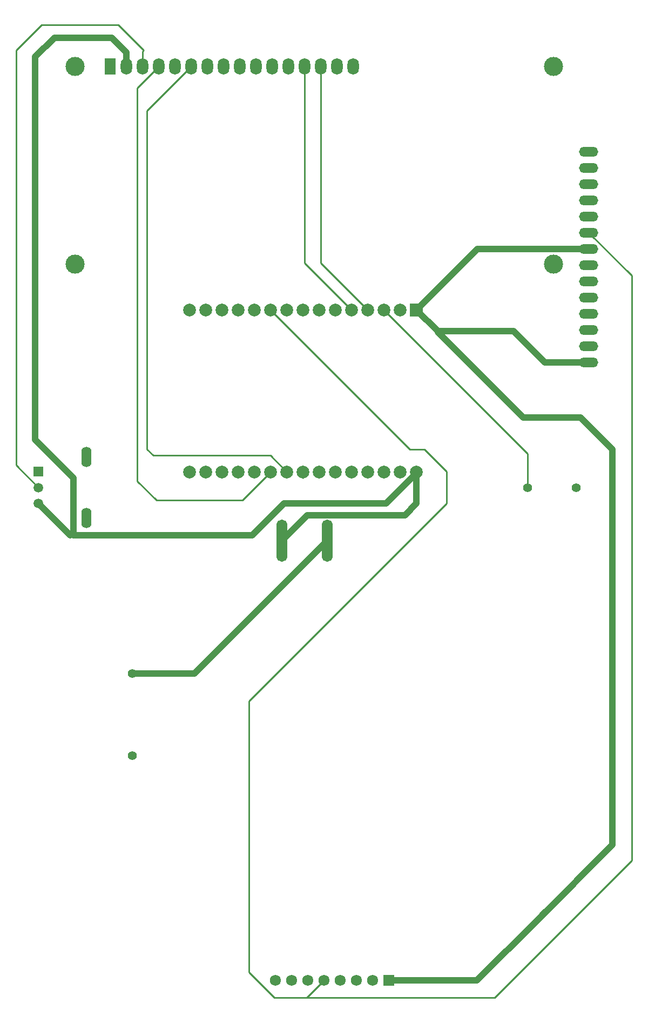
<source format=gbr>
%TF.GenerationSoftware,KiCad,Pcbnew,9.0.3*%
%TF.CreationDate,2025-09-20T20:18:25+05:30*%
%TF.ProjectId,RFID2,52464944-322e-46b6-9963-61645f706362,rev?*%
%TF.SameCoordinates,Original*%
%TF.FileFunction,Copper,L1,Top*%
%TF.FilePolarity,Positive*%
%FSLAX46Y46*%
G04 Gerber Fmt 4.6, Leading zero omitted, Abs format (unit mm)*
G04 Created by KiCad (PCBNEW 9.0.3) date 2025-09-20 20:18:25*
%MOMM*%
%LPD*%
G01*
G04 APERTURE LIST*
%TA.AperFunction,ComponentPad*%
%ADD10O,1.720000X6.620000*%
%TD*%
%TA.AperFunction,ComponentPad*%
%ADD11R,2.000000X2.000000*%
%TD*%
%TA.AperFunction,ComponentPad*%
%ADD12C,2.000000*%
%TD*%
%TA.AperFunction,ComponentPad*%
%ADD13O,3.000000X1.500000*%
%TD*%
%TA.AperFunction,ComponentPad*%
%ADD14C,3.000000*%
%TD*%
%TA.AperFunction,ComponentPad*%
%ADD15R,1.800000X2.600000*%
%TD*%
%TA.AperFunction,ComponentPad*%
%ADD16O,1.800000X2.600000*%
%TD*%
%TA.AperFunction,ComponentPad*%
%ADD17R,1.725000X1.725000*%
%TD*%
%TA.AperFunction,ComponentPad*%
%ADD18C,1.725000*%
%TD*%
%TA.AperFunction,ComponentPad*%
%ADD19C,1.398000*%
%TD*%
%TA.AperFunction,ComponentPad*%
%ADD20C,1.408000*%
%TD*%
%TA.AperFunction,ComponentPad*%
%ADD21R,1.508000X1.508000*%
%TD*%
%TA.AperFunction,ComponentPad*%
%ADD22C,1.508000*%
%TD*%
%TA.AperFunction,ComponentPad*%
%ADD23O,1.600000X3.200000*%
%TD*%
%TA.AperFunction,Conductor*%
%ADD24C,1.000000*%
%TD*%
%TA.AperFunction,Conductor*%
%ADD25C,0.250000*%
%TD*%
G04 APERTURE END LIST*
D10*
%TO.P,S1,1*%
%TO.N,Net-(DS1-VIN)*%
X117460000Y-103139437D03*
%TO.P,S1,2*%
%TO.N,Net-(BT2-Pad+)*%
X124560000Y-103139437D03*
%TD*%
D11*
%TO.P,U3,1,3V3*%
%TO.N,Net-(U1-VCC)*%
X138575000Y-66939437D03*
D12*
%TO.P,U3,2,GND*%
%TO.N,GND*%
X136035000Y-66939437D03*
%TO.P,U3,3,D15*%
%TO.N,Net-(U3-D15)*%
X133495000Y-66939437D03*
%TO.P,U3,4,D2*%
%TO.N,Net-(DS1-D7)*%
X130955000Y-66939437D03*
%TO.P,U3,5,D4*%
%TO.N,Net-(DS1-D6)*%
X128415000Y-66939437D03*
%TO.P,U3,6,RX2*%
%TO.N,unconnected-(U3-RX2-Pad6)*%
X125875000Y-66939437D03*
%TO.P,U3,7,TX2*%
%TO.N,unconnected-(U3-TX2-Pad7)*%
X123335000Y-66939437D03*
%TO.P,U3,8,D5*%
%TO.N,Net-(U2-CS)*%
X120795000Y-66939437D03*
%TO.P,U3,9,D18*%
%TO.N,Net-(U1-SCK)*%
X118255000Y-66939437D03*
%TO.P,U3,10,D19*%
%TO.N,Net-(U1-MISO{slash}SCL{slash}TX)*%
X115715000Y-66939437D03*
%TO.P,U3,11,D21*%
%TO.N,Net-(U2-DC)*%
X113175000Y-66939437D03*
%TO.P,U3,12,RX0*%
%TO.N,unconnected-(U3-RX0-Pad12)*%
X110635000Y-66939437D03*
%TO.P,U3,13,TX0*%
%TO.N,unconnected-(U3-TX0-Pad13)*%
X108095000Y-66939437D03*
%TO.P,U3,14,D22*%
%TO.N,Net-(U2-RST)*%
X105555000Y-66939437D03*
%TO.P,U3,15,D23*%
%TO.N,Net-(U1-MOSI)*%
X103015000Y-66939437D03*
%TO.P,U3,16,EN*%
%TO.N,unconnected-(U3-EN-Pad16)*%
X103015000Y-92339437D03*
%TO.P,U3,17,VP*%
%TO.N,unconnected-(U3-VP-Pad17)*%
X105555000Y-92339437D03*
%TO.P,U3,18,VN*%
%TO.N,unconnected-(U3-VN-Pad18)*%
X108095000Y-92339437D03*
%TO.P,U3,19,D34*%
%TO.N,unconnected-(U3-D34-Pad19)*%
X110635000Y-92339437D03*
%TO.P,U3,20,D35*%
%TO.N,unconnected-(U3-D35-Pad20)*%
X113175000Y-92339437D03*
%TO.P,U3,21,D32*%
%TO.N,Net-(DS1-RS)*%
X115715000Y-92339437D03*
%TO.P,U3,22,D33*%
%TO.N,Net-(DS1-E)*%
X118255000Y-92339437D03*
%TO.P,U3,23,D25*%
%TO.N,Net-(DS1-D5)*%
X120795000Y-92339437D03*
%TO.P,U3,24,D26*%
%TO.N,Net-(DS1-D4)*%
X123335000Y-92339437D03*
%TO.P,U3,25,D27*%
%TO.N,Net-(U1-RST)*%
X125875000Y-92339437D03*
%TO.P,U3,26,D14*%
%TO.N,Net-(U1-SS{slash}SDA{slash}RX)*%
X128415000Y-92339437D03*
%TO.P,U3,27,D12*%
%TO.N,unconnected-(U3-D12-Pad27)*%
X130955000Y-92339437D03*
%TO.P,U3,28,D13*%
%TO.N,unconnected-(U3-D13-Pad28)*%
X133495000Y-92339437D03*
%TO.P,U3,29,GND*%
%TO.N,GND*%
X136035000Y-92339437D03*
%TO.P,U3,30,VIN*%
%TO.N,Net-(DS1-VIN)*%
X138575000Y-92339437D03*
%TD*%
D13*
%TO.P,U2,1,VCC*%
%TO.N,Net-(U1-VCC)*%
X165560000Y-75159437D03*
%TO.P,U2,2,GND*%
%TO.N,GND*%
X165560000Y-72619437D03*
%TO.P,U2,3,CS*%
%TO.N,Net-(U2-CS)*%
X165560000Y-70079437D03*
%TO.P,U2,4,RST*%
%TO.N,Net-(U2-RST)*%
X165560000Y-67539437D03*
%TO.P,U2,5,DC*%
%TO.N,Net-(U2-DC)*%
X165560000Y-64999437D03*
%TO.P,U2,6,MOSI*%
%TO.N,Net-(U1-MOSI)*%
X165560000Y-62459437D03*
%TO.P,U2,7,SCK*%
%TO.N,Net-(U1-SCK)*%
X165560000Y-59919437D03*
%TO.P,U2,8,LED*%
%TO.N,Net-(U1-VCC)*%
X165560000Y-57379437D03*
%TO.P,U2,9,MISO*%
%TO.N,Net-(U1-MISO{slash}SCL{slash}TX)*%
X165560000Y-54839437D03*
%TO.P,U2,10*%
%TO.N,unconnected-(U2-Pad10)*%
X165560000Y-52299437D03*
%TO.P,U2,11*%
%TO.N,unconnected-(U2-Pad11)*%
X165560000Y-49759437D03*
%TO.P,U2,12*%
%TO.N,unconnected-(U2-Pad12)*%
X165560000Y-47219437D03*
%TO.P,U2,13*%
%TO.N,unconnected-(U2-Pad13)*%
X165560000Y-44679437D03*
%TO.P,U2,14*%
%TO.N,unconnected-(U2-Pad14)*%
X165560000Y-42139437D03*
%TD*%
D14*
%TO.P,DS1,*%
%TO.N,*%
X85060900Y-28781937D03*
X85060900Y-59782637D03*
X160059480Y-59782637D03*
X160060000Y-28781937D03*
D15*
%TO.P,DS1,1,GND*%
%TO.N,GND*%
X90560000Y-28781937D03*
D16*
%TO.P,DS1,2,VIN*%
%TO.N,Net-(DS1-VIN)*%
X93100000Y-28781937D03*
%TO.P,DS1,3,VO*%
%TO.N,Net-(DS1-VO)*%
X95640000Y-28781937D03*
%TO.P,DS1,4,RS*%
%TO.N,Net-(DS1-RS)*%
X98180000Y-28781937D03*
%TO.P,DS1,5,GND*%
%TO.N,GND*%
X100720000Y-28781937D03*
%TO.P,DS1,6,E*%
%TO.N,Net-(DS1-E)*%
X103260000Y-28781937D03*
%TO.P,DS1,7,D0*%
%TO.N,unconnected-(DS1-D0-Pad7)*%
X105800000Y-28781937D03*
%TO.P,DS1,8,D1*%
%TO.N,unconnected-(DS1-D1-Pad8)*%
X108340000Y-28781937D03*
%TO.P,DS1,9,D2*%
%TO.N,unconnected-(DS1-D2-Pad9)*%
X110880000Y-28781937D03*
%TO.P,DS1,10,D3*%
%TO.N,unconnected-(DS1-D3-Pad10)*%
X113420000Y-28781937D03*
%TO.P,DS1,11,D4*%
%TO.N,Net-(DS1-D4)*%
X115960000Y-28781937D03*
%TO.P,DS1,12,D5*%
%TO.N,Net-(DS1-D5)*%
X118500000Y-28781937D03*
%TO.P,DS1,13,D6*%
%TO.N,Net-(DS1-D6)*%
X121040000Y-28781937D03*
%TO.P,DS1,14,D7*%
%TO.N,Net-(DS1-D7)*%
X123580000Y-28781937D03*
%TO.P,DS1,15,LED(+)*%
%TO.N,unconnected-(DS1-LED(+)-Pad15)*%
X126120000Y-28781937D03*
%TO.P,DS1,16,LED(-)*%
%TO.N,unconnected-(DS1-LED(-)-Pad16)*%
X128660000Y-28781937D03*
%TD*%
D17*
%TO.P,U1,1,VCC*%
%TO.N,Net-(U1-VCC)*%
X134250000Y-172041937D03*
D18*
%TO.P,U1,2,RST*%
%TO.N,Net-(U1-RST)*%
X131710000Y-172041937D03*
%TO.P,U1,3,GND*%
%TO.N,GND*%
X129170000Y-172041937D03*
%TO.P,U1,4,IRQ*%
%TO.N,unconnected-(U1-IRQ-Pad4)*%
X126630000Y-172041937D03*
%TO.P,U1,5,MISO/SCL/TX*%
%TO.N,Net-(U1-MISO{slash}SCL{slash}TX)*%
X124090000Y-172041937D03*
%TO.P,U1,6,MOSI*%
%TO.N,Net-(U1-MOSI)*%
X121550000Y-172041937D03*
%TO.P,U1,7,SCK*%
%TO.N,Net-(U1-SCK)*%
X119010000Y-172041937D03*
%TO.P,U1,8,SS/SDA/RX*%
%TO.N,Net-(U1-SS{slash}SDA{slash}RX)*%
X116470000Y-172041937D03*
%TD*%
D19*
%TO.P,BT2,+*%
%TO.N,Net-(BT2-Pad+)*%
X94000000Y-123981937D03*
%TO.P,BT2,-*%
%TO.N,GND*%
X94000000Y-136781937D03*
%TD*%
D20*
%TO.P,LS1,N*%
%TO.N,GND*%
X163600000Y-94781937D03*
%TO.P,LS1,P*%
%TO.N,Net-(U3-D15)*%
X156000000Y-94781937D03*
%TD*%
D21*
%TO.P,R1,1*%
%TO.N,GND*%
X79300000Y-92281937D03*
D22*
%TO.P,R1,2*%
%TO.N,Net-(DS1-VO)*%
X79300000Y-94781937D03*
%TO.P,R1,3*%
%TO.N,Net-(DS1-VIN)*%
X79300000Y-97281937D03*
D23*
%TO.P,R1,SH1*%
%TO.N,N/C*%
X86800000Y-89981937D03*
%TO.P,R1,SH2*%
X86800000Y-99581937D03*
%TD*%
D24*
%TO.N,Net-(BT2-Pad+)*%
X94000000Y-123981937D02*
X103717500Y-123981937D01*
X103717500Y-123981937D02*
X124560000Y-103139437D01*
D25*
%TO.N,Net-(DS1-RS)*%
X94800000Y-93781937D02*
X97800000Y-96781937D01*
X98180000Y-28781937D02*
X94800000Y-32161937D01*
X111272500Y-96781937D02*
X115715000Y-92339437D01*
X97800000Y-96781937D02*
X111272500Y-96781937D01*
X94800000Y-32161937D02*
X94800000Y-93781937D01*
D24*
%TO.N,Net-(DS1-VIN)*%
X84300000Y-102281937D02*
X79300000Y-97281937D01*
X117460000Y-103139437D02*
X121471000Y-99128437D01*
X90800000Y-24281937D02*
X93100000Y-26581937D01*
X138575000Y-92506937D02*
X133800000Y-97281937D01*
D25*
X84800000Y-102281937D02*
X84300000Y-102281937D01*
D24*
X81800000Y-24281937D02*
X90800000Y-24281937D01*
X84800000Y-93281937D02*
X84800000Y-102281937D01*
X121471000Y-99128437D02*
X136728500Y-99128437D01*
X78800000Y-87281937D02*
X84800000Y-93281937D01*
X78800000Y-87281937D02*
X78800000Y-27281937D01*
X133800000Y-97281937D02*
X117800000Y-97281937D01*
X138575000Y-97281937D02*
X138575000Y-92339437D01*
X112800000Y-102281937D02*
X84800000Y-102281937D01*
X117800000Y-97281937D02*
X112800000Y-102281937D01*
X78800000Y-27281937D02*
X81800000Y-24281937D01*
D25*
X138575000Y-92339437D02*
X138575000Y-92506937D01*
D24*
X93100000Y-26581937D02*
X93100000Y-28781937D01*
X136728500Y-99128437D02*
X138575000Y-97281937D01*
D25*
%TO.N,Net-(DS1-D5)*%
X120795000Y-92339437D02*
X120795000Y-93286937D01*
%TO.N,Net-(DS1-D7)*%
X123580000Y-28781937D02*
X123580000Y-59564437D01*
X123580000Y-59564437D02*
X130955000Y-66939437D01*
%TO.N,Net-(DS1-E)*%
X97300000Y-89781937D02*
X96300000Y-88781937D01*
X115697500Y-89781937D02*
X97300000Y-89781937D01*
X118255000Y-92339437D02*
X115697500Y-89781937D01*
X96300000Y-88781937D02*
X96300000Y-35741937D01*
X96300000Y-35741937D02*
X103260000Y-28781937D01*
%TO.N,Net-(DS1-VO)*%
X79800000Y-22281937D02*
X91800000Y-22281937D01*
X95640000Y-26441937D02*
X95640000Y-28781937D01*
X75800000Y-26281937D02*
X79800000Y-22281937D01*
X91800000Y-22281937D02*
X95800000Y-26281937D01*
X75800000Y-91281937D02*
X75800000Y-26281937D01*
X79300000Y-94781937D02*
X75800000Y-91281937D01*
X95800000Y-26281937D02*
X95640000Y-26441937D01*
%TO.N,Net-(DS1-D6)*%
X121040000Y-28781937D02*
X121040000Y-59564437D01*
X121040000Y-59564437D02*
X128415000Y-66939437D01*
%TO.N,Net-(U3-D15)*%
X156000000Y-89500000D02*
X156000000Y-94781937D01*
X133433635Y-66933635D02*
X156000000Y-89500000D01*
X133489198Y-66933635D02*
X133433635Y-66933635D01*
X133495000Y-66939437D02*
X133489198Y-66933635D01*
%TO.N,Net-(U1-SCK)*%
X166437500Y-59919437D02*
X165560000Y-59919437D01*
%TO.N,Net-(U1-RST)*%
X131710000Y-171245937D02*
X131710000Y-172041937D01*
%TO.N,Net-(U1-MISO{slash}SCL{slash}TX)*%
X116300000Y-174781937D02*
X120800000Y-174781937D01*
X124090000Y-172041937D02*
X121350000Y-174781937D01*
X143300000Y-92281937D02*
X143300000Y-97281937D01*
X112300000Y-128281937D02*
X112300000Y-170781937D01*
X172300000Y-153281937D02*
X172300000Y-61579437D01*
X139800000Y-88781937D02*
X143300000Y-92281937D01*
X172300000Y-61579437D02*
X165560000Y-54839437D01*
X150800000Y-174781937D02*
X172300000Y-153281937D01*
X122300000Y-174781937D02*
X150800000Y-174781937D01*
X121350000Y-174781937D02*
X120800000Y-174781937D01*
X143300000Y-97281937D02*
X112300000Y-128281937D01*
X112300000Y-170781937D02*
X116300000Y-174781937D01*
X137557500Y-88781937D02*
X139800000Y-88781937D01*
X115715000Y-66939437D02*
X137557500Y-88781937D01*
X120800000Y-174781937D02*
X122300000Y-174781937D01*
D24*
%TO.N,Net-(U1-VCC)*%
X155300000Y-83781937D02*
X164300000Y-83781937D01*
X153800000Y-70281937D02*
X158677500Y-75159437D01*
X148040000Y-172041937D02*
X157550000Y-162531937D01*
X141917500Y-70281937D02*
X141917500Y-70399437D01*
X141917500Y-70399437D02*
X155300000Y-83781937D01*
X148135000Y-57379437D02*
X165560000Y-57379437D01*
X134250000Y-172041937D02*
X148040000Y-172041937D01*
X169300000Y-150781937D02*
X169300000Y-104281937D01*
X141917500Y-70281937D02*
X153800000Y-70281937D01*
X138575000Y-66939437D02*
X148135000Y-57379437D01*
X157550000Y-162531937D02*
X158800000Y-161281937D01*
X158677500Y-75159437D02*
X165560000Y-75159437D01*
X164300000Y-83781937D02*
X169300000Y-88781937D01*
X138575000Y-66939437D02*
X141917500Y-70281937D01*
X169300000Y-88781937D02*
X169300000Y-104281937D01*
X157550000Y-162531937D02*
X169300000Y-150781937D01*
%TD*%
M02*

</source>
